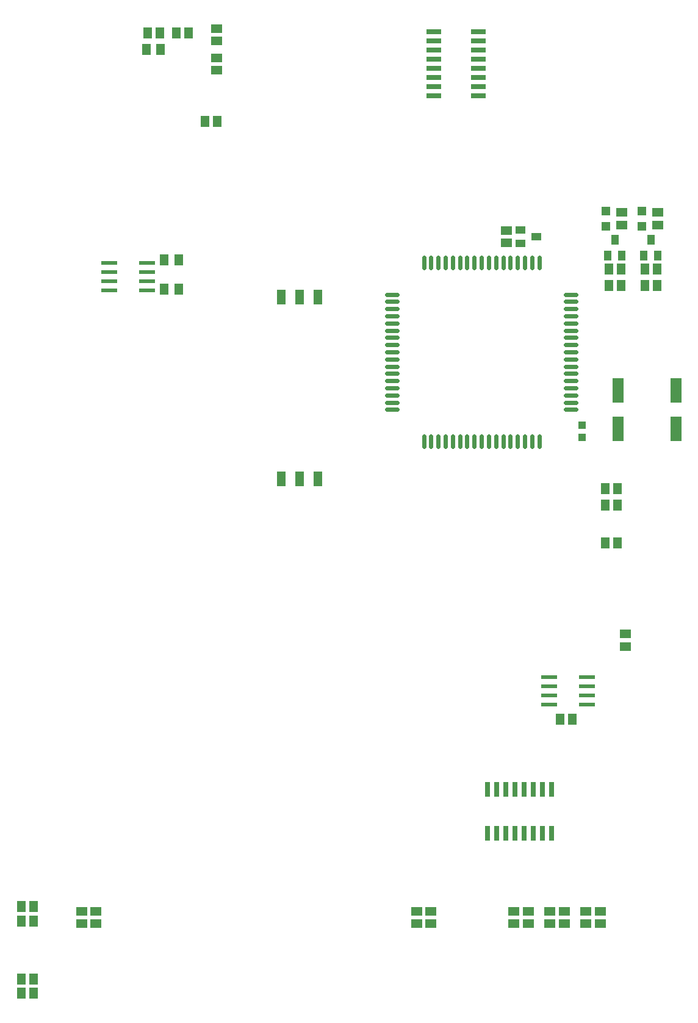
<source format=gtp>
G75*
G70*
%OFA0B0*%
%FSLAX24Y24*%
%IPPOS*%
%LPD*%
%AMOC8*
5,1,8,0,0,1.08239X$1,22.5*
%
%ADD10R,0.0866X0.0236*%
%ADD11R,0.0512X0.0591*%
%ADD12R,0.0870X0.0240*%
%ADD13R,0.0512X0.0630*%
%ADD14R,0.0591X0.0512*%
%ADD15C,0.0236*%
%ADD16R,0.0630X0.1378*%
%ADD17R,0.0394X0.0433*%
%ADD18R,0.0472X0.0787*%
%ADD19R,0.0394X0.0551*%
%ADD20R,0.0472X0.0472*%
%ADD21R,0.0551X0.0394*%
%ADD22R,0.0260X0.0800*%
%ADD23R,0.0800X0.0260*%
D10*
X046370Y018888D03*
X046370Y019388D03*
X046370Y019888D03*
X046370Y020388D03*
X048418Y020388D03*
X048418Y019888D03*
X048418Y019388D03*
X048418Y018888D03*
D11*
X017532Y003103D03*
X018201Y003103D03*
X018201Y003890D03*
X017532Y003890D03*
X017532Y007040D03*
X018201Y007040D03*
X018201Y007827D03*
X017532Y007827D03*
X046961Y018063D03*
X047630Y018063D03*
X049422Y027709D03*
X050091Y027709D03*
X050091Y029776D03*
X049422Y029776D03*
X049422Y030662D03*
X050091Y030662D03*
X050288Y041784D03*
X049619Y041784D03*
X049619Y042670D03*
X050288Y042670D03*
X051587Y042670D03*
X051587Y041784D03*
X052256Y041784D03*
X052256Y042670D03*
X028241Y050741D03*
X027571Y050741D03*
X026666Y055563D03*
X025996Y055563D03*
X025091Y055563D03*
X024422Y055563D03*
D12*
X024408Y043026D03*
X024408Y042526D03*
X024408Y042026D03*
X024408Y041526D03*
X022348Y041526D03*
X022348Y042026D03*
X022348Y042526D03*
X022348Y043026D03*
D13*
X025347Y043162D03*
X026134Y043162D03*
X026134Y041587D03*
X025347Y041587D03*
X025150Y054678D03*
X024363Y054678D03*
D14*
X028201Y055130D03*
X028201Y054225D03*
X028201Y053556D03*
X028201Y055800D03*
X044048Y044776D03*
X044048Y044107D03*
X050347Y045091D03*
X050347Y045760D03*
X052315Y045760D03*
X052315Y045091D03*
X050544Y022729D03*
X050544Y022059D03*
X049166Y007571D03*
X049166Y006902D03*
X048378Y006902D03*
X048378Y007571D03*
X047197Y007571D03*
X047197Y006902D03*
X046410Y006902D03*
X046410Y007571D03*
X045229Y007571D03*
X045229Y006902D03*
X044441Y006902D03*
X044441Y007571D03*
X039914Y007571D03*
X039914Y006902D03*
X039126Y006902D03*
X039126Y007571D03*
X021607Y007571D03*
X021607Y006902D03*
X020819Y006902D03*
X020819Y007571D03*
D15*
X039520Y032985D02*
X039520Y033535D01*
X039914Y033535D02*
X039914Y032985D01*
X040307Y032985D02*
X040307Y033535D01*
X040701Y033535D02*
X040701Y032985D01*
X041095Y032985D02*
X041095Y033535D01*
X041489Y033535D02*
X041489Y032985D01*
X041882Y032985D02*
X041882Y033535D01*
X042276Y033535D02*
X042276Y032985D01*
X042670Y032985D02*
X042670Y033535D01*
X043063Y033535D02*
X043063Y032985D01*
X043457Y032985D02*
X043457Y033535D01*
X043851Y033535D02*
X043851Y032985D01*
X044244Y032985D02*
X044244Y033535D01*
X044638Y033535D02*
X044638Y032985D01*
X045032Y032985D02*
X045032Y033535D01*
X045426Y033535D02*
X045426Y032985D01*
X045819Y032985D02*
X045819Y033535D01*
X047277Y034993D02*
X047827Y034993D01*
X047827Y035386D02*
X047277Y035386D01*
X047277Y035780D02*
X047827Y035780D01*
X047827Y036174D02*
X047277Y036174D01*
X047277Y036567D02*
X047827Y036567D01*
X047827Y036961D02*
X047277Y036961D01*
X047277Y037355D02*
X047827Y037355D01*
X047827Y037748D02*
X047277Y037748D01*
X047277Y038142D02*
X047827Y038142D01*
X047827Y038536D02*
X047277Y038536D01*
X047277Y038930D02*
X047827Y038930D01*
X047827Y039323D02*
X047277Y039323D01*
X047277Y039717D02*
X047827Y039717D01*
X047827Y040111D02*
X047277Y040111D01*
X047277Y040504D02*
X047827Y040504D01*
X047827Y040898D02*
X047277Y040898D01*
X047277Y041292D02*
X047827Y041292D01*
X045819Y042749D02*
X045819Y043299D01*
X045426Y043299D02*
X045426Y042749D01*
X045032Y042749D02*
X045032Y043299D01*
X044638Y043299D02*
X044638Y042749D01*
X044244Y042749D02*
X044244Y043299D01*
X043851Y043299D02*
X043851Y042749D01*
X043457Y042749D02*
X043457Y043299D01*
X043063Y043299D02*
X043063Y042749D01*
X042670Y042749D02*
X042670Y043299D01*
X042276Y043299D02*
X042276Y042749D01*
X041882Y042749D02*
X041882Y043299D01*
X041489Y043299D02*
X041489Y042749D01*
X041095Y042749D02*
X041095Y043299D01*
X040701Y043299D02*
X040701Y042749D01*
X040307Y042749D02*
X040307Y043299D01*
X039914Y043299D02*
X039914Y042749D01*
X039520Y042749D02*
X039520Y043299D01*
X038063Y041292D02*
X037513Y041292D01*
X037513Y040898D02*
X038063Y040898D01*
X038063Y040504D02*
X037513Y040504D01*
X037513Y040111D02*
X038063Y040111D01*
X038063Y039717D02*
X037513Y039717D01*
X037513Y039323D02*
X038063Y039323D01*
X038063Y038930D02*
X037513Y038930D01*
X037513Y038536D02*
X038063Y038536D01*
X038063Y038142D02*
X037513Y038142D01*
X037513Y037748D02*
X038063Y037748D01*
X038063Y037355D02*
X037513Y037355D01*
X037513Y036961D02*
X038063Y036961D01*
X038063Y036567D02*
X037513Y036567D01*
X037513Y036174D02*
X038063Y036174D01*
X038063Y035780D02*
X037513Y035780D01*
X037513Y035386D02*
X038063Y035386D01*
X038063Y034993D02*
X037513Y034993D01*
D16*
X050150Y036056D03*
X050150Y033930D03*
X053300Y033930D03*
X053300Y036056D03*
D17*
X048181Y034146D03*
X048181Y033477D03*
D18*
X033737Y031209D03*
X032737Y031209D03*
X031737Y031209D03*
X031737Y041138D03*
X032737Y041138D03*
X033737Y041138D03*
D19*
X049579Y043418D03*
X050327Y043418D03*
X049953Y044284D03*
X051548Y043418D03*
X051922Y044284D03*
X052296Y043418D03*
D20*
X051430Y045012D03*
X051430Y045839D03*
X049461Y045839D03*
X049461Y045012D03*
D21*
X045662Y044441D03*
X044796Y044067D03*
X044796Y044815D03*
D22*
X044987Y014254D03*
X045487Y014254D03*
X045987Y014254D03*
X046487Y014254D03*
X044487Y014254D03*
X043987Y014254D03*
X043487Y014254D03*
X042987Y014254D03*
X042987Y011834D03*
X043487Y011834D03*
X043987Y011834D03*
X044487Y011834D03*
X044987Y011834D03*
X045487Y011834D03*
X045987Y011834D03*
X046487Y011834D03*
D23*
X042502Y052140D03*
X042502Y052640D03*
X042502Y053140D03*
X042502Y053640D03*
X042502Y054140D03*
X042502Y054640D03*
X042502Y055140D03*
X042502Y055640D03*
X040082Y055640D03*
X040082Y055140D03*
X040082Y054640D03*
X040082Y054140D03*
X040082Y053640D03*
X040082Y053140D03*
X040082Y052640D03*
X040082Y052140D03*
M02*

</source>
